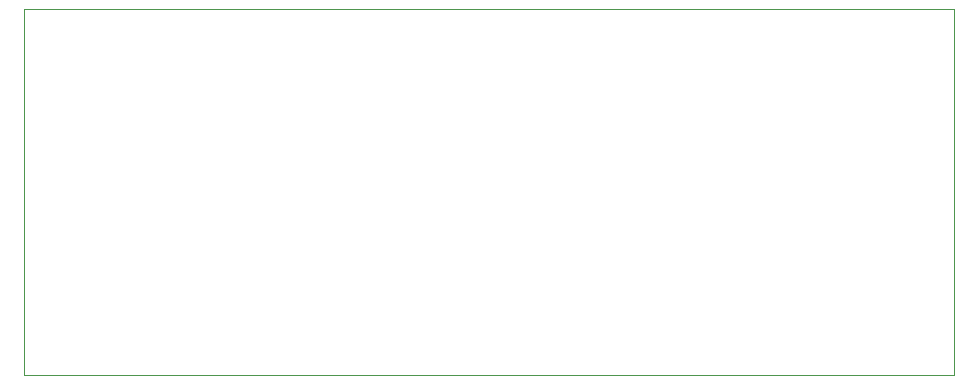
<source format=gbr>
%TF.GenerationSoftware,KiCad,Pcbnew,8.0.0*%
%TF.CreationDate,2024-03-18T00:05:31-07:00*%
%TF.ProjectId,Top_Board,546f705f-426f-4617-9264-2e6b69636164,0*%
%TF.SameCoordinates,Original*%
%TF.FileFunction,Profile,NP*%
%FSLAX46Y46*%
G04 Gerber Fmt 4.6, Leading zero omitted, Abs format (unit mm)*
G04 Created by KiCad (PCBNEW 8.0.0) date 2024-03-18 00:05:31*
%MOMM*%
%LPD*%
G01*
G04 APERTURE LIST*
%TA.AperFunction,Profile*%
%ADD10C,0.100000*%
%TD*%
G04 APERTURE END LIST*
D10*
X113159218Y-78739553D02*
X191899218Y-78739553D01*
X191899218Y-109728000D01*
X113159218Y-109728000D01*
X113159218Y-78739553D01*
M02*

</source>
